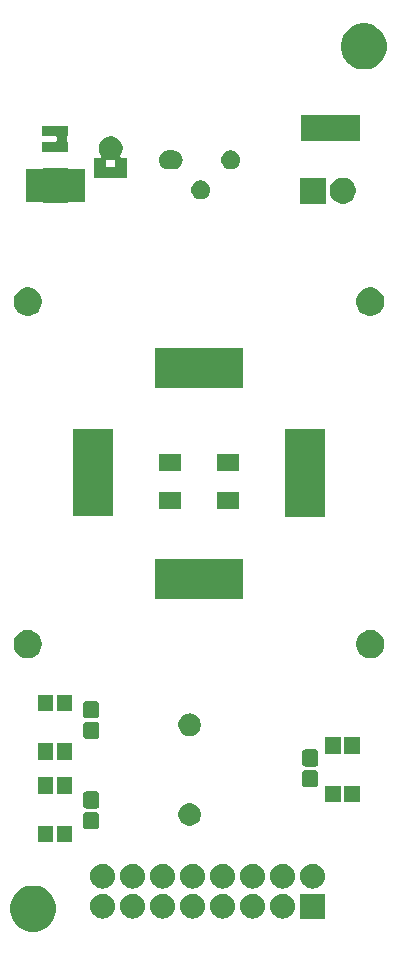
<source format=gbr>
G04 #@! TF.GenerationSoftware,KiCad,Pcbnew,6.0.0-rc1-unknown-2086226~66~ubuntu18.04.1*
G04 #@! TF.CreationDate,2018-11-28T13:28:41-06:00*
G04 #@! TF.ProjectId,liger,6c696765-722e-46b6-9963-61645f706362,rev?*
G04 #@! TF.SameCoordinates,Original*
G04 #@! TF.FileFunction,Soldermask,Top*
G04 #@! TF.FilePolarity,Negative*
%FSLAX46Y46*%
G04 Gerber Fmt 4.6, Leading zero omitted, Abs format (unit mm)*
G04 Created by KiCad (PCBNEW 6.0.0-rc1-unknown-2086226~66~ubuntu18.04.1) date Wed 28 Nov 2018 01:28:41 PM CST*
%MOMM*%
%LPD*%
G01*
G04 APERTURE LIST*
%ADD10C,0.100000*%
G04 APERTURE END LIST*
D10*
G36*
X133568793Y-122924937D02*
X133923670Y-123071932D01*
X134243055Y-123285338D01*
X134514662Y-123556945D01*
X134728068Y-123876330D01*
X134875063Y-124231207D01*
X134950000Y-124607940D01*
X134950000Y-124992060D01*
X134875063Y-125368793D01*
X134728068Y-125723670D01*
X134514662Y-126043055D01*
X134243055Y-126314662D01*
X133923670Y-126528068D01*
X133568793Y-126675063D01*
X133192060Y-126750000D01*
X132807940Y-126750000D01*
X132431207Y-126675063D01*
X132076330Y-126528068D01*
X131756945Y-126314662D01*
X131485338Y-126043055D01*
X131271932Y-125723670D01*
X131124937Y-125368793D01*
X131050000Y-124992060D01*
X131050000Y-124607940D01*
X131124937Y-124231207D01*
X131271932Y-123876330D01*
X131485338Y-123556945D01*
X131756945Y-123285338D01*
X132076330Y-123071932D01*
X132431207Y-122924937D01*
X132807940Y-122850000D01*
X133192060Y-122850000D01*
X133568793Y-122924937D01*
X133568793Y-122924937D01*
G37*
G36*
X157717200Y-125637000D02*
X155617200Y-125637000D01*
X155617200Y-123537000D01*
X157717200Y-123537000D01*
X157717200Y-125637000D01*
X157717200Y-125637000D01*
G37*
G36*
X154255907Y-123544596D02*
X154333036Y-123552193D01*
X154464987Y-123592220D01*
X154530963Y-123612233D01*
X154713372Y-123709733D01*
X154873254Y-123840946D01*
X155004467Y-124000828D01*
X155101967Y-124183237D01*
X155101967Y-124183238D01*
X155162007Y-124381164D01*
X155182280Y-124587000D01*
X155162007Y-124792836D01*
X155121980Y-124924787D01*
X155101967Y-124990763D01*
X155004467Y-125173172D01*
X154873254Y-125333054D01*
X154713372Y-125464267D01*
X154530963Y-125561767D01*
X154464987Y-125581780D01*
X154333036Y-125621807D01*
X154255907Y-125629404D01*
X154178780Y-125637000D01*
X154075620Y-125637000D01*
X153998493Y-125629404D01*
X153921364Y-125621807D01*
X153789413Y-125581780D01*
X153723437Y-125561767D01*
X153541028Y-125464267D01*
X153381146Y-125333054D01*
X153249933Y-125173172D01*
X153152433Y-124990763D01*
X153132420Y-124924787D01*
X153092393Y-124792836D01*
X153072120Y-124587000D01*
X153092393Y-124381164D01*
X153152433Y-124183238D01*
X153152433Y-124183237D01*
X153249933Y-124000828D01*
X153381146Y-123840946D01*
X153541028Y-123709733D01*
X153723437Y-123612233D01*
X153789413Y-123592220D01*
X153921364Y-123552193D01*
X153998493Y-123544596D01*
X154075620Y-123537000D01*
X154178780Y-123537000D01*
X154255907Y-123544596D01*
X154255907Y-123544596D01*
G37*
G36*
X151715907Y-123544596D02*
X151793036Y-123552193D01*
X151924987Y-123592220D01*
X151990963Y-123612233D01*
X152173372Y-123709733D01*
X152333254Y-123840946D01*
X152464467Y-124000828D01*
X152561967Y-124183237D01*
X152561967Y-124183238D01*
X152622007Y-124381164D01*
X152642280Y-124587000D01*
X152622007Y-124792836D01*
X152581980Y-124924787D01*
X152561967Y-124990763D01*
X152464467Y-125173172D01*
X152333254Y-125333054D01*
X152173372Y-125464267D01*
X151990963Y-125561767D01*
X151924987Y-125581780D01*
X151793036Y-125621807D01*
X151715907Y-125629404D01*
X151638780Y-125637000D01*
X151535620Y-125637000D01*
X151458493Y-125629404D01*
X151381364Y-125621807D01*
X151249413Y-125581780D01*
X151183437Y-125561767D01*
X151001028Y-125464267D01*
X150841146Y-125333054D01*
X150709933Y-125173172D01*
X150612433Y-124990763D01*
X150592420Y-124924787D01*
X150552393Y-124792836D01*
X150532120Y-124587000D01*
X150552393Y-124381164D01*
X150612433Y-124183238D01*
X150612433Y-124183237D01*
X150709933Y-124000828D01*
X150841146Y-123840946D01*
X151001028Y-123709733D01*
X151183437Y-123612233D01*
X151249413Y-123592220D01*
X151381364Y-123552193D01*
X151458493Y-123544596D01*
X151535620Y-123537000D01*
X151638780Y-123537000D01*
X151715907Y-123544596D01*
X151715907Y-123544596D01*
G37*
G36*
X149175907Y-123544596D02*
X149253036Y-123552193D01*
X149384987Y-123592220D01*
X149450963Y-123612233D01*
X149633372Y-123709733D01*
X149793254Y-123840946D01*
X149924467Y-124000828D01*
X150021967Y-124183237D01*
X150021967Y-124183238D01*
X150082007Y-124381164D01*
X150102280Y-124587000D01*
X150082007Y-124792836D01*
X150041980Y-124924787D01*
X150021967Y-124990763D01*
X149924467Y-125173172D01*
X149793254Y-125333054D01*
X149633372Y-125464267D01*
X149450963Y-125561767D01*
X149384987Y-125581780D01*
X149253036Y-125621807D01*
X149175907Y-125629404D01*
X149098780Y-125637000D01*
X148995620Y-125637000D01*
X148918493Y-125629404D01*
X148841364Y-125621807D01*
X148709413Y-125581780D01*
X148643437Y-125561767D01*
X148461028Y-125464267D01*
X148301146Y-125333054D01*
X148169933Y-125173172D01*
X148072433Y-124990763D01*
X148052420Y-124924787D01*
X148012393Y-124792836D01*
X147992120Y-124587000D01*
X148012393Y-124381164D01*
X148072433Y-124183238D01*
X148072433Y-124183237D01*
X148169933Y-124000828D01*
X148301146Y-123840946D01*
X148461028Y-123709733D01*
X148643437Y-123612233D01*
X148709413Y-123592220D01*
X148841364Y-123552193D01*
X148918493Y-123544596D01*
X148995620Y-123537000D01*
X149098780Y-123537000D01*
X149175907Y-123544596D01*
X149175907Y-123544596D01*
G37*
G36*
X144095907Y-123544596D02*
X144173036Y-123552193D01*
X144304987Y-123592220D01*
X144370963Y-123612233D01*
X144553372Y-123709733D01*
X144713254Y-123840946D01*
X144844467Y-124000828D01*
X144941967Y-124183237D01*
X144941967Y-124183238D01*
X145002007Y-124381164D01*
X145022280Y-124587000D01*
X145002007Y-124792836D01*
X144961980Y-124924787D01*
X144941967Y-124990763D01*
X144844467Y-125173172D01*
X144713254Y-125333054D01*
X144553372Y-125464267D01*
X144370963Y-125561767D01*
X144304987Y-125581780D01*
X144173036Y-125621807D01*
X144095907Y-125629404D01*
X144018780Y-125637000D01*
X143915620Y-125637000D01*
X143838493Y-125629404D01*
X143761364Y-125621807D01*
X143629413Y-125581780D01*
X143563437Y-125561767D01*
X143381028Y-125464267D01*
X143221146Y-125333054D01*
X143089933Y-125173172D01*
X142992433Y-124990763D01*
X142972420Y-124924787D01*
X142932393Y-124792836D01*
X142912120Y-124587000D01*
X142932393Y-124381164D01*
X142992433Y-124183238D01*
X142992433Y-124183237D01*
X143089933Y-124000828D01*
X143221146Y-123840946D01*
X143381028Y-123709733D01*
X143563437Y-123612233D01*
X143629413Y-123592220D01*
X143761364Y-123552193D01*
X143838493Y-123544596D01*
X143915620Y-123537000D01*
X144018780Y-123537000D01*
X144095907Y-123544596D01*
X144095907Y-123544596D01*
G37*
G36*
X141555907Y-123544596D02*
X141633036Y-123552193D01*
X141764987Y-123592220D01*
X141830963Y-123612233D01*
X142013372Y-123709733D01*
X142173254Y-123840946D01*
X142304467Y-124000828D01*
X142401967Y-124183237D01*
X142401967Y-124183238D01*
X142462007Y-124381164D01*
X142482280Y-124587000D01*
X142462007Y-124792836D01*
X142421980Y-124924787D01*
X142401967Y-124990763D01*
X142304467Y-125173172D01*
X142173254Y-125333054D01*
X142013372Y-125464267D01*
X141830963Y-125561767D01*
X141764987Y-125581780D01*
X141633036Y-125621807D01*
X141555907Y-125629404D01*
X141478780Y-125637000D01*
X141375620Y-125637000D01*
X141298493Y-125629404D01*
X141221364Y-125621807D01*
X141089413Y-125581780D01*
X141023437Y-125561767D01*
X140841028Y-125464267D01*
X140681146Y-125333054D01*
X140549933Y-125173172D01*
X140452433Y-124990763D01*
X140432420Y-124924787D01*
X140392393Y-124792836D01*
X140372120Y-124587000D01*
X140392393Y-124381164D01*
X140452433Y-124183238D01*
X140452433Y-124183237D01*
X140549933Y-124000828D01*
X140681146Y-123840946D01*
X140841028Y-123709733D01*
X141023437Y-123612233D01*
X141089413Y-123592220D01*
X141221364Y-123552193D01*
X141298493Y-123544596D01*
X141375620Y-123537000D01*
X141478780Y-123537000D01*
X141555907Y-123544596D01*
X141555907Y-123544596D01*
G37*
G36*
X139015907Y-123544596D02*
X139093036Y-123552193D01*
X139224987Y-123592220D01*
X139290963Y-123612233D01*
X139473372Y-123709733D01*
X139633254Y-123840946D01*
X139764467Y-124000828D01*
X139861967Y-124183237D01*
X139861967Y-124183238D01*
X139922007Y-124381164D01*
X139942280Y-124587000D01*
X139922007Y-124792836D01*
X139881980Y-124924787D01*
X139861967Y-124990763D01*
X139764467Y-125173172D01*
X139633254Y-125333054D01*
X139473372Y-125464267D01*
X139290963Y-125561767D01*
X139224987Y-125581780D01*
X139093036Y-125621807D01*
X139015907Y-125629404D01*
X138938780Y-125637000D01*
X138835620Y-125637000D01*
X138758493Y-125629404D01*
X138681364Y-125621807D01*
X138549413Y-125581780D01*
X138483437Y-125561767D01*
X138301028Y-125464267D01*
X138141146Y-125333054D01*
X138009933Y-125173172D01*
X137912433Y-124990763D01*
X137892420Y-124924787D01*
X137852393Y-124792836D01*
X137832120Y-124587000D01*
X137852393Y-124381164D01*
X137912433Y-124183238D01*
X137912433Y-124183237D01*
X138009933Y-124000828D01*
X138141146Y-123840946D01*
X138301028Y-123709733D01*
X138483437Y-123612233D01*
X138549413Y-123592220D01*
X138681364Y-123552193D01*
X138758493Y-123544596D01*
X138835620Y-123537000D01*
X138938780Y-123537000D01*
X139015907Y-123544596D01*
X139015907Y-123544596D01*
G37*
G36*
X146635907Y-123544596D02*
X146713036Y-123552193D01*
X146844987Y-123592220D01*
X146910963Y-123612233D01*
X147093372Y-123709733D01*
X147253254Y-123840946D01*
X147384467Y-124000828D01*
X147481967Y-124183237D01*
X147481967Y-124183238D01*
X147542007Y-124381164D01*
X147562280Y-124587000D01*
X147542007Y-124792836D01*
X147501980Y-124924787D01*
X147481967Y-124990763D01*
X147384467Y-125173172D01*
X147253254Y-125333054D01*
X147093372Y-125464267D01*
X146910963Y-125561767D01*
X146844987Y-125581780D01*
X146713036Y-125621807D01*
X146635907Y-125629404D01*
X146558780Y-125637000D01*
X146455620Y-125637000D01*
X146378493Y-125629404D01*
X146301364Y-125621807D01*
X146169413Y-125581780D01*
X146103437Y-125561767D01*
X145921028Y-125464267D01*
X145761146Y-125333054D01*
X145629933Y-125173172D01*
X145532433Y-124990763D01*
X145512420Y-124924787D01*
X145472393Y-124792836D01*
X145452120Y-124587000D01*
X145472393Y-124381164D01*
X145532433Y-124183238D01*
X145532433Y-124183237D01*
X145629933Y-124000828D01*
X145761146Y-123840946D01*
X145921028Y-123709733D01*
X146103437Y-123612233D01*
X146169413Y-123592220D01*
X146301364Y-123552193D01*
X146378493Y-123544596D01*
X146455620Y-123537000D01*
X146558780Y-123537000D01*
X146635907Y-123544596D01*
X146635907Y-123544596D01*
G37*
G36*
X149175907Y-121004596D02*
X149253036Y-121012193D01*
X149384987Y-121052220D01*
X149450963Y-121072233D01*
X149633372Y-121169733D01*
X149793254Y-121300946D01*
X149924467Y-121460828D01*
X150021967Y-121643237D01*
X150021967Y-121643238D01*
X150082007Y-121841164D01*
X150102280Y-122047000D01*
X150082007Y-122252836D01*
X150041980Y-122384787D01*
X150021967Y-122450763D01*
X149924467Y-122633172D01*
X149793254Y-122793054D01*
X149633372Y-122924267D01*
X149450963Y-123021767D01*
X149384987Y-123041780D01*
X149253036Y-123081807D01*
X149175907Y-123089403D01*
X149098780Y-123097000D01*
X148995620Y-123097000D01*
X148918493Y-123089403D01*
X148841364Y-123081807D01*
X148709413Y-123041780D01*
X148643437Y-123021767D01*
X148461028Y-122924267D01*
X148301146Y-122793054D01*
X148169933Y-122633172D01*
X148072433Y-122450763D01*
X148052420Y-122384787D01*
X148012393Y-122252836D01*
X147992120Y-122047000D01*
X148012393Y-121841164D01*
X148072433Y-121643238D01*
X148072433Y-121643237D01*
X148169933Y-121460828D01*
X148301146Y-121300946D01*
X148461028Y-121169733D01*
X148643437Y-121072233D01*
X148709413Y-121052220D01*
X148841364Y-121012193D01*
X148918493Y-121004596D01*
X148995620Y-120997000D01*
X149098780Y-120997000D01*
X149175907Y-121004596D01*
X149175907Y-121004596D01*
G37*
G36*
X139015907Y-121004596D02*
X139093036Y-121012193D01*
X139224987Y-121052220D01*
X139290963Y-121072233D01*
X139473372Y-121169733D01*
X139633254Y-121300946D01*
X139764467Y-121460828D01*
X139861967Y-121643237D01*
X139861967Y-121643238D01*
X139922007Y-121841164D01*
X139942280Y-122047000D01*
X139922007Y-122252836D01*
X139881980Y-122384787D01*
X139861967Y-122450763D01*
X139764467Y-122633172D01*
X139633254Y-122793054D01*
X139473372Y-122924267D01*
X139290963Y-123021767D01*
X139224987Y-123041780D01*
X139093036Y-123081807D01*
X139015907Y-123089403D01*
X138938780Y-123097000D01*
X138835620Y-123097000D01*
X138758493Y-123089403D01*
X138681364Y-123081807D01*
X138549413Y-123041780D01*
X138483437Y-123021767D01*
X138301028Y-122924267D01*
X138141146Y-122793054D01*
X138009933Y-122633172D01*
X137912433Y-122450763D01*
X137892420Y-122384787D01*
X137852393Y-122252836D01*
X137832120Y-122047000D01*
X137852393Y-121841164D01*
X137912433Y-121643238D01*
X137912433Y-121643237D01*
X138009933Y-121460828D01*
X138141146Y-121300946D01*
X138301028Y-121169733D01*
X138483437Y-121072233D01*
X138549413Y-121052220D01*
X138681364Y-121012193D01*
X138758493Y-121004596D01*
X138835620Y-120997000D01*
X138938780Y-120997000D01*
X139015907Y-121004596D01*
X139015907Y-121004596D01*
G37*
G36*
X141555907Y-121004596D02*
X141633036Y-121012193D01*
X141764987Y-121052220D01*
X141830963Y-121072233D01*
X142013372Y-121169733D01*
X142173254Y-121300946D01*
X142304467Y-121460828D01*
X142401967Y-121643237D01*
X142401967Y-121643238D01*
X142462007Y-121841164D01*
X142482280Y-122047000D01*
X142462007Y-122252836D01*
X142421980Y-122384787D01*
X142401967Y-122450763D01*
X142304467Y-122633172D01*
X142173254Y-122793054D01*
X142013372Y-122924267D01*
X141830963Y-123021767D01*
X141764987Y-123041780D01*
X141633036Y-123081807D01*
X141555907Y-123089403D01*
X141478780Y-123097000D01*
X141375620Y-123097000D01*
X141298493Y-123089403D01*
X141221364Y-123081807D01*
X141089413Y-123041780D01*
X141023437Y-123021767D01*
X140841028Y-122924267D01*
X140681146Y-122793054D01*
X140549933Y-122633172D01*
X140452433Y-122450763D01*
X140432420Y-122384787D01*
X140392393Y-122252836D01*
X140372120Y-122047000D01*
X140392393Y-121841164D01*
X140452433Y-121643238D01*
X140452433Y-121643237D01*
X140549933Y-121460828D01*
X140681146Y-121300946D01*
X140841028Y-121169733D01*
X141023437Y-121072233D01*
X141089413Y-121052220D01*
X141221364Y-121012193D01*
X141298493Y-121004596D01*
X141375620Y-120997000D01*
X141478780Y-120997000D01*
X141555907Y-121004596D01*
X141555907Y-121004596D01*
G37*
G36*
X144095907Y-121004596D02*
X144173036Y-121012193D01*
X144304987Y-121052220D01*
X144370963Y-121072233D01*
X144553372Y-121169733D01*
X144713254Y-121300946D01*
X144844467Y-121460828D01*
X144941967Y-121643237D01*
X144941967Y-121643238D01*
X145002007Y-121841164D01*
X145022280Y-122047000D01*
X145002007Y-122252836D01*
X144961980Y-122384787D01*
X144941967Y-122450763D01*
X144844467Y-122633172D01*
X144713254Y-122793054D01*
X144553372Y-122924267D01*
X144370963Y-123021767D01*
X144304987Y-123041780D01*
X144173036Y-123081807D01*
X144095907Y-123089403D01*
X144018780Y-123097000D01*
X143915620Y-123097000D01*
X143838493Y-123089403D01*
X143761364Y-123081807D01*
X143629413Y-123041780D01*
X143563437Y-123021767D01*
X143381028Y-122924267D01*
X143221146Y-122793054D01*
X143089933Y-122633172D01*
X142992433Y-122450763D01*
X142972420Y-122384787D01*
X142932393Y-122252836D01*
X142912120Y-122047000D01*
X142932393Y-121841164D01*
X142992433Y-121643238D01*
X142992433Y-121643237D01*
X143089933Y-121460828D01*
X143221146Y-121300946D01*
X143381028Y-121169733D01*
X143563437Y-121072233D01*
X143629413Y-121052220D01*
X143761364Y-121012193D01*
X143838493Y-121004596D01*
X143915620Y-120997000D01*
X144018780Y-120997000D01*
X144095907Y-121004596D01*
X144095907Y-121004596D01*
G37*
G36*
X146635907Y-121004596D02*
X146713036Y-121012193D01*
X146844987Y-121052220D01*
X146910963Y-121072233D01*
X147093372Y-121169733D01*
X147253254Y-121300946D01*
X147384467Y-121460828D01*
X147481967Y-121643237D01*
X147481967Y-121643238D01*
X147542007Y-121841164D01*
X147562280Y-122047000D01*
X147542007Y-122252836D01*
X147501980Y-122384787D01*
X147481967Y-122450763D01*
X147384467Y-122633172D01*
X147253254Y-122793054D01*
X147093372Y-122924267D01*
X146910963Y-123021767D01*
X146844987Y-123041780D01*
X146713036Y-123081807D01*
X146635907Y-123089403D01*
X146558780Y-123097000D01*
X146455620Y-123097000D01*
X146378493Y-123089403D01*
X146301364Y-123081807D01*
X146169413Y-123041780D01*
X146103437Y-123021767D01*
X145921028Y-122924267D01*
X145761146Y-122793054D01*
X145629933Y-122633172D01*
X145532433Y-122450763D01*
X145512420Y-122384787D01*
X145472393Y-122252836D01*
X145452120Y-122047000D01*
X145472393Y-121841164D01*
X145532433Y-121643238D01*
X145532433Y-121643237D01*
X145629933Y-121460828D01*
X145761146Y-121300946D01*
X145921028Y-121169733D01*
X146103437Y-121072233D01*
X146169413Y-121052220D01*
X146301364Y-121012193D01*
X146378493Y-121004596D01*
X146455620Y-120997000D01*
X146558780Y-120997000D01*
X146635907Y-121004596D01*
X146635907Y-121004596D01*
G37*
G36*
X151715907Y-121004596D02*
X151793036Y-121012193D01*
X151924987Y-121052220D01*
X151990963Y-121072233D01*
X152173372Y-121169733D01*
X152333254Y-121300946D01*
X152464467Y-121460828D01*
X152561967Y-121643237D01*
X152561967Y-121643238D01*
X152622007Y-121841164D01*
X152642280Y-122047000D01*
X152622007Y-122252836D01*
X152581980Y-122384787D01*
X152561967Y-122450763D01*
X152464467Y-122633172D01*
X152333254Y-122793054D01*
X152173372Y-122924267D01*
X151990963Y-123021767D01*
X151924987Y-123041780D01*
X151793036Y-123081807D01*
X151715907Y-123089403D01*
X151638780Y-123097000D01*
X151535620Y-123097000D01*
X151458493Y-123089403D01*
X151381364Y-123081807D01*
X151249413Y-123041780D01*
X151183437Y-123021767D01*
X151001028Y-122924267D01*
X150841146Y-122793054D01*
X150709933Y-122633172D01*
X150612433Y-122450763D01*
X150592420Y-122384787D01*
X150552393Y-122252836D01*
X150532120Y-122047000D01*
X150552393Y-121841164D01*
X150612433Y-121643238D01*
X150612433Y-121643237D01*
X150709933Y-121460828D01*
X150841146Y-121300946D01*
X151001028Y-121169733D01*
X151183437Y-121072233D01*
X151249413Y-121052220D01*
X151381364Y-121012193D01*
X151458493Y-121004596D01*
X151535620Y-120997000D01*
X151638780Y-120997000D01*
X151715907Y-121004596D01*
X151715907Y-121004596D01*
G37*
G36*
X154255907Y-121004596D02*
X154333036Y-121012193D01*
X154464987Y-121052220D01*
X154530963Y-121072233D01*
X154713372Y-121169733D01*
X154873254Y-121300946D01*
X155004467Y-121460828D01*
X155101967Y-121643237D01*
X155101967Y-121643238D01*
X155162007Y-121841164D01*
X155182280Y-122047000D01*
X155162007Y-122252836D01*
X155121980Y-122384787D01*
X155101967Y-122450763D01*
X155004467Y-122633172D01*
X154873254Y-122793054D01*
X154713372Y-122924267D01*
X154530963Y-123021767D01*
X154464987Y-123041780D01*
X154333036Y-123081807D01*
X154255907Y-123089403D01*
X154178780Y-123097000D01*
X154075620Y-123097000D01*
X153998493Y-123089403D01*
X153921364Y-123081807D01*
X153789413Y-123041780D01*
X153723437Y-123021767D01*
X153541028Y-122924267D01*
X153381146Y-122793054D01*
X153249933Y-122633172D01*
X153152433Y-122450763D01*
X153132420Y-122384787D01*
X153092393Y-122252836D01*
X153072120Y-122047000D01*
X153092393Y-121841164D01*
X153152433Y-121643238D01*
X153152433Y-121643237D01*
X153249933Y-121460828D01*
X153381146Y-121300946D01*
X153541028Y-121169733D01*
X153723437Y-121072233D01*
X153789413Y-121052220D01*
X153921364Y-121012193D01*
X153998493Y-121004596D01*
X154075620Y-120997000D01*
X154178780Y-120997000D01*
X154255907Y-121004596D01*
X154255907Y-121004596D01*
G37*
G36*
X156795907Y-121004596D02*
X156873036Y-121012193D01*
X157004987Y-121052220D01*
X157070963Y-121072233D01*
X157253372Y-121169733D01*
X157413254Y-121300946D01*
X157544467Y-121460828D01*
X157641967Y-121643237D01*
X157641967Y-121643238D01*
X157702007Y-121841164D01*
X157722280Y-122047000D01*
X157702007Y-122252836D01*
X157661980Y-122384787D01*
X157641967Y-122450763D01*
X157544467Y-122633172D01*
X157413254Y-122793054D01*
X157253372Y-122924267D01*
X157070963Y-123021767D01*
X157004987Y-123041780D01*
X156873036Y-123081807D01*
X156795907Y-123089403D01*
X156718780Y-123097000D01*
X156615620Y-123097000D01*
X156538493Y-123089403D01*
X156461364Y-123081807D01*
X156329413Y-123041780D01*
X156263437Y-123021767D01*
X156081028Y-122924267D01*
X155921146Y-122793054D01*
X155789933Y-122633172D01*
X155692433Y-122450763D01*
X155672420Y-122384787D01*
X155632393Y-122252836D01*
X155612120Y-122047000D01*
X155632393Y-121841164D01*
X155692433Y-121643238D01*
X155692433Y-121643237D01*
X155789933Y-121460828D01*
X155921146Y-121300946D01*
X156081028Y-121169733D01*
X156263437Y-121072233D01*
X156329413Y-121052220D01*
X156461364Y-121012193D01*
X156538493Y-121004596D01*
X156615620Y-120997000D01*
X156718780Y-120997000D01*
X156795907Y-121004596D01*
X156795907Y-121004596D01*
G37*
G36*
X136324000Y-119183600D02*
X135024000Y-119183600D01*
X135024000Y-117783600D01*
X136324000Y-117783600D01*
X136324000Y-119183600D01*
X136324000Y-119183600D01*
G37*
G36*
X134724000Y-119183600D02*
X133424000Y-119183600D01*
X133424000Y-117783600D01*
X134724000Y-117783600D01*
X134724000Y-119183600D01*
X134724000Y-119183600D01*
G37*
G36*
X138375530Y-116628877D02*
X138427010Y-116644493D01*
X138474442Y-116669846D01*
X138516027Y-116703973D01*
X138550154Y-116745558D01*
X138575507Y-116792990D01*
X138591123Y-116844470D01*
X138597000Y-116904140D01*
X138597000Y-117791860D01*
X138591123Y-117851530D01*
X138575507Y-117903010D01*
X138550154Y-117950442D01*
X138516027Y-117992027D01*
X138474442Y-118026154D01*
X138427010Y-118051507D01*
X138375530Y-118067123D01*
X138315860Y-118073000D01*
X137528140Y-118073000D01*
X137468470Y-118067123D01*
X137416990Y-118051507D01*
X137369558Y-118026154D01*
X137327973Y-117992027D01*
X137293846Y-117950442D01*
X137268493Y-117903010D01*
X137252877Y-117851530D01*
X137247000Y-117791860D01*
X137247000Y-116904140D01*
X137252877Y-116844470D01*
X137268493Y-116792990D01*
X137293846Y-116745558D01*
X137327973Y-116703973D01*
X137369558Y-116669846D01*
X137416990Y-116644493D01*
X137468470Y-116628877D01*
X137528140Y-116623000D01*
X138315860Y-116623000D01*
X138375530Y-116628877D01*
X138375530Y-116628877D01*
G37*
G36*
X146392652Y-115887527D02*
X146530305Y-115914908D01*
X146703194Y-115986521D01*
X146858790Y-116090487D01*
X146991113Y-116222810D01*
X147095079Y-116378406D01*
X147166692Y-116551295D01*
X147203200Y-116734833D01*
X147203200Y-116921967D01*
X147166692Y-117105505D01*
X147095079Y-117278394D01*
X146991113Y-117433990D01*
X146858790Y-117566313D01*
X146703194Y-117670279D01*
X146530305Y-117741892D01*
X146392652Y-117769273D01*
X146346768Y-117778400D01*
X146159632Y-117778400D01*
X146113748Y-117769273D01*
X145976095Y-117741892D01*
X145803206Y-117670279D01*
X145647610Y-117566313D01*
X145515287Y-117433990D01*
X145411321Y-117278394D01*
X145339708Y-117105505D01*
X145303200Y-116921967D01*
X145303200Y-116734833D01*
X145339708Y-116551295D01*
X145411321Y-116378406D01*
X145515287Y-116222810D01*
X145647610Y-116090487D01*
X145803206Y-115986521D01*
X145976095Y-115914908D01*
X146113748Y-115887527D01*
X146159632Y-115878400D01*
X146346768Y-115878400D01*
X146392652Y-115887527D01*
X146392652Y-115887527D01*
G37*
G36*
X138375530Y-114878877D02*
X138427010Y-114894493D01*
X138474442Y-114919846D01*
X138516027Y-114953973D01*
X138550154Y-114995558D01*
X138575507Y-115042990D01*
X138591123Y-115094470D01*
X138597000Y-115154140D01*
X138597000Y-116041860D01*
X138591123Y-116101530D01*
X138575507Y-116153010D01*
X138550154Y-116200442D01*
X138516027Y-116242027D01*
X138474442Y-116276154D01*
X138427010Y-116301507D01*
X138375530Y-116317123D01*
X138315860Y-116323000D01*
X137528140Y-116323000D01*
X137468470Y-116317123D01*
X137416990Y-116301507D01*
X137369558Y-116276154D01*
X137327973Y-116242027D01*
X137293846Y-116200442D01*
X137268493Y-116153010D01*
X137252877Y-116101530D01*
X137247000Y-116041860D01*
X137247000Y-115154140D01*
X137252877Y-115094470D01*
X137268493Y-115042990D01*
X137293846Y-114995558D01*
X137327973Y-114953973D01*
X137369558Y-114919846D01*
X137416990Y-114894493D01*
X137468470Y-114878877D01*
X137528140Y-114873000D01*
X138315860Y-114873000D01*
X138375530Y-114878877D01*
X138375530Y-114878877D01*
G37*
G36*
X160657200Y-115780000D02*
X159357200Y-115780000D01*
X159357200Y-114380000D01*
X160657200Y-114380000D01*
X160657200Y-115780000D01*
X160657200Y-115780000D01*
G37*
G36*
X159057200Y-115780000D02*
X157757200Y-115780000D01*
X157757200Y-114380000D01*
X159057200Y-114380000D01*
X159057200Y-115780000D01*
X159057200Y-115780000D01*
G37*
G36*
X134724000Y-115083600D02*
X133424000Y-115083600D01*
X133424000Y-113683600D01*
X134724000Y-113683600D01*
X134724000Y-115083600D01*
X134724000Y-115083600D01*
G37*
G36*
X136324000Y-115083600D02*
X135024000Y-115083600D01*
X135024000Y-113683600D01*
X136324000Y-113683600D01*
X136324000Y-115083600D01*
X136324000Y-115083600D01*
G37*
G36*
X156917530Y-113072877D02*
X156969010Y-113088493D01*
X157016442Y-113113846D01*
X157058027Y-113147973D01*
X157092154Y-113189558D01*
X157117507Y-113236990D01*
X157133123Y-113288470D01*
X157139000Y-113348140D01*
X157139000Y-114235860D01*
X157133123Y-114295530D01*
X157117507Y-114347010D01*
X157092154Y-114394442D01*
X157058027Y-114436027D01*
X157016442Y-114470154D01*
X156969010Y-114495507D01*
X156917530Y-114511123D01*
X156857860Y-114517000D01*
X156070140Y-114517000D01*
X156010470Y-114511123D01*
X155958990Y-114495507D01*
X155911558Y-114470154D01*
X155869973Y-114436027D01*
X155835846Y-114394442D01*
X155810493Y-114347010D01*
X155794877Y-114295530D01*
X155789000Y-114235860D01*
X155789000Y-113348140D01*
X155794877Y-113288470D01*
X155810493Y-113236990D01*
X155835846Y-113189558D01*
X155869973Y-113147973D01*
X155911558Y-113113846D01*
X155958990Y-113088493D01*
X156010470Y-113072877D01*
X156070140Y-113067000D01*
X156857860Y-113067000D01*
X156917530Y-113072877D01*
X156917530Y-113072877D01*
G37*
G36*
X156917530Y-111322877D02*
X156969010Y-111338493D01*
X157016442Y-111363846D01*
X157058027Y-111397973D01*
X157092154Y-111439558D01*
X157117507Y-111486990D01*
X157133123Y-111538470D01*
X157139000Y-111598140D01*
X157139000Y-112485860D01*
X157133123Y-112545530D01*
X157117507Y-112597010D01*
X157092154Y-112644442D01*
X157058027Y-112686027D01*
X157016442Y-112720154D01*
X156969010Y-112745507D01*
X156917530Y-112761123D01*
X156857860Y-112767000D01*
X156070140Y-112767000D01*
X156010470Y-112761123D01*
X155958990Y-112745507D01*
X155911558Y-112720154D01*
X155869973Y-112686027D01*
X155835846Y-112644442D01*
X155810493Y-112597010D01*
X155794877Y-112545530D01*
X155789000Y-112485860D01*
X155789000Y-111598140D01*
X155794877Y-111538470D01*
X155810493Y-111486990D01*
X155835846Y-111439558D01*
X155869973Y-111397973D01*
X155911558Y-111363846D01*
X155958990Y-111338493D01*
X156010470Y-111322877D01*
X156070140Y-111317000D01*
X156857860Y-111317000D01*
X156917530Y-111322877D01*
X156917530Y-111322877D01*
G37*
G36*
X134724000Y-112198600D02*
X133424000Y-112198600D01*
X133424000Y-110798600D01*
X134724000Y-110798600D01*
X134724000Y-112198600D01*
X134724000Y-112198600D01*
G37*
G36*
X136324000Y-112198600D02*
X135024000Y-112198600D01*
X135024000Y-110798600D01*
X136324000Y-110798600D01*
X136324000Y-112198600D01*
X136324000Y-112198600D01*
G37*
G36*
X160657200Y-111680000D02*
X159357200Y-111680000D01*
X159357200Y-110280000D01*
X160657200Y-110280000D01*
X160657200Y-111680000D01*
X160657200Y-111680000D01*
G37*
G36*
X159057200Y-111680000D02*
X157757200Y-111680000D01*
X157757200Y-110280000D01*
X159057200Y-110280000D01*
X159057200Y-111680000D01*
X159057200Y-111680000D01*
G37*
G36*
X138375530Y-108980877D02*
X138427010Y-108996493D01*
X138474442Y-109021846D01*
X138516027Y-109055973D01*
X138550154Y-109097558D01*
X138575507Y-109144990D01*
X138591123Y-109196470D01*
X138597000Y-109256140D01*
X138597000Y-110143860D01*
X138591123Y-110203530D01*
X138575507Y-110255010D01*
X138550154Y-110302442D01*
X138516027Y-110344027D01*
X138474442Y-110378154D01*
X138427010Y-110403507D01*
X138375530Y-110419123D01*
X138315860Y-110425000D01*
X137528140Y-110425000D01*
X137468470Y-110419123D01*
X137416990Y-110403507D01*
X137369558Y-110378154D01*
X137327973Y-110344027D01*
X137293846Y-110302442D01*
X137268493Y-110255010D01*
X137252877Y-110203530D01*
X137247000Y-110143860D01*
X137247000Y-109256140D01*
X137252877Y-109196470D01*
X137268493Y-109144990D01*
X137293846Y-109097558D01*
X137327973Y-109055973D01*
X137369558Y-109021846D01*
X137416990Y-108996493D01*
X137468470Y-108980877D01*
X137528140Y-108975000D01*
X138315860Y-108975000D01*
X138375530Y-108980877D01*
X138375530Y-108980877D01*
G37*
G36*
X146392651Y-108287527D02*
X146530305Y-108314908D01*
X146703194Y-108386521D01*
X146858790Y-108490487D01*
X146991113Y-108622810D01*
X147095079Y-108778406D01*
X147166692Y-108951295D01*
X147203200Y-109134833D01*
X147203200Y-109321967D01*
X147166692Y-109505505D01*
X147095079Y-109678394D01*
X146991113Y-109833990D01*
X146858790Y-109966313D01*
X146703194Y-110070279D01*
X146530305Y-110141892D01*
X146392651Y-110169273D01*
X146346768Y-110178400D01*
X146159632Y-110178400D01*
X146113749Y-110169273D01*
X145976095Y-110141892D01*
X145803206Y-110070279D01*
X145647610Y-109966313D01*
X145515287Y-109833990D01*
X145411321Y-109678394D01*
X145339708Y-109505505D01*
X145303200Y-109321967D01*
X145303200Y-109134833D01*
X145339708Y-108951295D01*
X145411321Y-108778406D01*
X145515287Y-108622810D01*
X145647610Y-108490487D01*
X145803206Y-108386521D01*
X145976095Y-108314908D01*
X146113749Y-108287527D01*
X146159632Y-108278400D01*
X146346768Y-108278400D01*
X146392651Y-108287527D01*
X146392651Y-108287527D01*
G37*
G36*
X138375530Y-107230877D02*
X138427010Y-107246493D01*
X138474442Y-107271846D01*
X138516027Y-107305973D01*
X138550154Y-107347558D01*
X138575507Y-107394990D01*
X138591123Y-107446470D01*
X138597000Y-107506140D01*
X138597000Y-108393860D01*
X138591123Y-108453530D01*
X138575507Y-108505010D01*
X138550154Y-108552442D01*
X138516027Y-108594027D01*
X138474442Y-108628154D01*
X138427010Y-108653507D01*
X138375530Y-108669123D01*
X138315860Y-108675000D01*
X137528140Y-108675000D01*
X137468470Y-108669123D01*
X137416990Y-108653507D01*
X137369558Y-108628154D01*
X137327973Y-108594027D01*
X137293846Y-108552442D01*
X137268493Y-108505010D01*
X137252877Y-108453530D01*
X137247000Y-108393860D01*
X137247000Y-107506140D01*
X137252877Y-107446470D01*
X137268493Y-107394990D01*
X137293846Y-107347558D01*
X137327973Y-107305973D01*
X137369558Y-107271846D01*
X137416990Y-107246493D01*
X137468470Y-107230877D01*
X137528140Y-107225000D01*
X138315860Y-107225000D01*
X138375530Y-107230877D01*
X138375530Y-107230877D01*
G37*
G36*
X136324000Y-108098600D02*
X135024000Y-108098600D01*
X135024000Y-106698600D01*
X136324000Y-106698600D01*
X136324000Y-108098600D01*
X136324000Y-108098600D01*
G37*
G36*
X134724000Y-108098600D02*
X133424000Y-108098600D01*
X133424000Y-106698600D01*
X134724000Y-106698600D01*
X134724000Y-108098600D01*
X134724000Y-108098600D01*
G37*
G36*
X132900026Y-101246115D02*
X133118412Y-101336573D01*
X133314958Y-101467901D01*
X133482099Y-101635042D01*
X133613427Y-101831588D01*
X133703885Y-102049974D01*
X133750000Y-102281809D01*
X133750000Y-102518191D01*
X133703885Y-102750026D01*
X133613427Y-102968412D01*
X133482099Y-103164958D01*
X133314958Y-103332099D01*
X133118412Y-103463427D01*
X132900026Y-103553885D01*
X132668191Y-103600000D01*
X132431809Y-103600000D01*
X132199974Y-103553885D01*
X131981588Y-103463427D01*
X131785042Y-103332099D01*
X131617901Y-103164958D01*
X131486573Y-102968412D01*
X131396115Y-102750026D01*
X131350000Y-102518191D01*
X131350000Y-102281809D01*
X131396115Y-102049974D01*
X131486573Y-101831588D01*
X131617901Y-101635042D01*
X131785042Y-101467901D01*
X131981588Y-101336573D01*
X132199974Y-101246115D01*
X132431809Y-101200000D01*
X132668191Y-101200000D01*
X132900026Y-101246115D01*
X132900026Y-101246115D01*
G37*
G36*
X161900026Y-101246115D02*
X162118412Y-101336573D01*
X162314958Y-101467901D01*
X162482099Y-101635042D01*
X162613427Y-101831588D01*
X162703885Y-102049974D01*
X162750000Y-102281809D01*
X162750000Y-102518191D01*
X162703885Y-102750026D01*
X162613427Y-102968412D01*
X162482099Y-103164958D01*
X162314958Y-103332099D01*
X162118412Y-103463427D01*
X161900026Y-103553885D01*
X161668191Y-103600000D01*
X161431809Y-103600000D01*
X161199974Y-103553885D01*
X160981588Y-103463427D01*
X160785042Y-103332099D01*
X160617901Y-103164958D01*
X160486573Y-102968412D01*
X160396115Y-102750026D01*
X160350000Y-102518191D01*
X160350000Y-102281809D01*
X160396115Y-102049974D01*
X160486573Y-101831588D01*
X160617901Y-101635042D01*
X160785042Y-101467901D01*
X160981588Y-101336573D01*
X161199974Y-101246115D01*
X161431809Y-101200000D01*
X161668191Y-101200000D01*
X161900026Y-101246115D01*
X161900026Y-101246115D01*
G37*
G36*
X150750000Y-98600000D02*
X143350000Y-98600000D01*
X143350000Y-95200000D01*
X150750000Y-95200000D01*
X150750000Y-98600000D01*
X150750000Y-98600000D01*
G37*
G36*
X157750000Y-91600000D02*
X154350000Y-91600000D01*
X154350000Y-84200000D01*
X157750000Y-84200000D01*
X157750000Y-91600000D01*
X157750000Y-91600000D01*
G37*
G36*
X139800000Y-91550000D02*
X136400000Y-91550000D01*
X136400000Y-84150000D01*
X139800000Y-84150000D01*
X139800000Y-91550000D01*
X139800000Y-91550000D01*
G37*
G36*
X150466000Y-90946000D02*
X148566000Y-90946000D01*
X148566000Y-89546000D01*
X150466000Y-89546000D01*
X150466000Y-90946000D01*
X150466000Y-90946000D01*
G37*
G36*
X145566000Y-90946000D02*
X143666000Y-90946000D01*
X143666000Y-89546000D01*
X145566000Y-89546000D01*
X145566000Y-90946000D01*
X145566000Y-90946000D01*
G37*
G36*
X150466000Y-87746000D02*
X148566000Y-87746000D01*
X148566000Y-86346000D01*
X150466000Y-86346000D01*
X150466000Y-87746000D01*
X150466000Y-87746000D01*
G37*
G36*
X145566000Y-87746000D02*
X143666000Y-87746000D01*
X143666000Y-86346000D01*
X145566000Y-86346000D01*
X145566000Y-87746000D01*
X145566000Y-87746000D01*
G37*
G36*
X150750000Y-80700000D02*
X143350000Y-80700000D01*
X143350000Y-77300000D01*
X150750000Y-77300000D01*
X150750000Y-80700000D01*
X150750000Y-80700000D01*
G37*
G36*
X161900026Y-72246115D02*
X162118412Y-72336573D01*
X162314958Y-72467901D01*
X162482099Y-72635042D01*
X162613427Y-72831588D01*
X162703885Y-73049974D01*
X162750000Y-73281809D01*
X162750000Y-73518191D01*
X162703885Y-73750026D01*
X162613427Y-73968412D01*
X162482099Y-74164958D01*
X162314958Y-74332099D01*
X162118412Y-74463427D01*
X161900026Y-74553885D01*
X161668191Y-74600000D01*
X161431809Y-74600000D01*
X161199974Y-74553885D01*
X160981588Y-74463427D01*
X160785042Y-74332099D01*
X160617901Y-74164958D01*
X160486573Y-73968412D01*
X160396115Y-73750026D01*
X160350000Y-73518191D01*
X160350000Y-73281809D01*
X160396115Y-73049974D01*
X160486573Y-72831588D01*
X160617901Y-72635042D01*
X160785042Y-72467901D01*
X160981588Y-72336573D01*
X161199974Y-72246115D01*
X161431809Y-72200000D01*
X161668191Y-72200000D01*
X161900026Y-72246115D01*
X161900026Y-72246115D01*
G37*
G36*
X132900026Y-72246115D02*
X133118412Y-72336573D01*
X133314958Y-72467901D01*
X133482099Y-72635042D01*
X133613427Y-72831588D01*
X133703885Y-73049974D01*
X133750000Y-73281809D01*
X133750000Y-73518191D01*
X133703885Y-73750026D01*
X133613427Y-73968412D01*
X133482099Y-74164958D01*
X133314958Y-74332099D01*
X133118412Y-74463427D01*
X132900026Y-74553885D01*
X132668191Y-74600000D01*
X132431809Y-74600000D01*
X132199974Y-74553885D01*
X131981588Y-74463427D01*
X131785042Y-74332099D01*
X131617901Y-74164958D01*
X131486573Y-73968412D01*
X131396115Y-73750026D01*
X131350000Y-73518191D01*
X131350000Y-73281809D01*
X131396115Y-73049974D01*
X131486573Y-72831588D01*
X131617901Y-72635042D01*
X131785042Y-72467901D01*
X131981588Y-72336573D01*
X132199974Y-72246115D01*
X132431809Y-72200000D01*
X132668191Y-72200000D01*
X132900026Y-72246115D01*
X132900026Y-72246115D01*
G37*
G36*
X159553457Y-62950272D02*
X159753642Y-63033191D01*
X159753645Y-63033193D01*
X159930255Y-63151200D01*
X159933813Y-63153578D01*
X160087022Y-63306787D01*
X160207409Y-63486958D01*
X160290328Y-63687143D01*
X160332600Y-63899658D01*
X160332600Y-64116342D01*
X160290328Y-64328857D01*
X160207409Y-64529042D01*
X160087022Y-64709213D01*
X159933813Y-64862422D01*
X159753642Y-64982809D01*
X159553457Y-65065728D01*
X159340942Y-65108000D01*
X159124258Y-65108000D01*
X158911743Y-65065728D01*
X158711558Y-64982809D01*
X158531387Y-64862422D01*
X158378178Y-64709213D01*
X158257791Y-64529042D01*
X158174872Y-64328857D01*
X158132600Y-64116342D01*
X158132600Y-63899658D01*
X158174872Y-63687143D01*
X158257791Y-63486958D01*
X158378178Y-63306787D01*
X158531387Y-63153578D01*
X158534946Y-63151200D01*
X158711555Y-63033193D01*
X158711558Y-63033191D01*
X158911743Y-62950272D01*
X159124258Y-62908000D01*
X159340942Y-62908000D01*
X159553457Y-62950272D01*
X159553457Y-62950272D01*
G37*
G36*
X157792600Y-65108000D02*
X155592600Y-65108000D01*
X155592600Y-62908000D01*
X157792600Y-62908000D01*
X157792600Y-65108000D01*
X157792600Y-65108000D01*
G37*
G36*
X135954954Y-62130134D02*
X135976565Y-62141685D01*
X136000014Y-62148798D01*
X136024400Y-62151200D01*
X137374400Y-62151200D01*
X137374400Y-65001200D01*
X136024400Y-65001200D01*
X136000014Y-65003602D01*
X135976565Y-65010715D01*
X135954954Y-65022266D01*
X135950161Y-65026200D01*
X133848639Y-65026200D01*
X133843846Y-65022266D01*
X133822235Y-65010715D01*
X133798786Y-65003602D01*
X133774400Y-65001200D01*
X132424400Y-65001200D01*
X132424400Y-62151200D01*
X133774400Y-62151200D01*
X133798786Y-62148798D01*
X133822235Y-62141685D01*
X133843846Y-62130134D01*
X133848639Y-62126200D01*
X135950161Y-62126200D01*
X135954954Y-62130134D01*
X135954954Y-62130134D01*
G37*
G36*
X147307649Y-63147717D02*
X147346827Y-63151576D01*
X147422227Y-63174448D01*
X147497629Y-63197321D01*
X147636608Y-63271608D01*
X147758422Y-63371578D01*
X147858392Y-63493392D01*
X147932679Y-63632371D01*
X147978424Y-63783174D01*
X147993870Y-63940000D01*
X147978424Y-64096826D01*
X147932679Y-64247629D01*
X147858392Y-64386608D01*
X147758422Y-64508422D01*
X147636608Y-64608392D01*
X147497629Y-64682679D01*
X147422228Y-64705551D01*
X147346827Y-64728424D01*
X147307649Y-64732283D01*
X147229295Y-64740000D01*
X147150705Y-64740000D01*
X147072351Y-64732283D01*
X147033173Y-64728424D01*
X146957773Y-64705552D01*
X146882371Y-64682679D01*
X146743392Y-64608392D01*
X146621578Y-64508422D01*
X146521608Y-64386608D01*
X146447321Y-64247629D01*
X146401576Y-64096826D01*
X146386130Y-63940000D01*
X146401576Y-63783174D01*
X146447321Y-63632371D01*
X146521608Y-63493392D01*
X146621578Y-63371578D01*
X146743392Y-63271608D01*
X146882371Y-63197321D01*
X146957773Y-63174448D01*
X147033173Y-63151576D01*
X147072351Y-63147717D01*
X147150705Y-63140000D01*
X147229295Y-63140000D01*
X147307649Y-63147717D01*
X147307649Y-63147717D01*
G37*
G36*
X139871590Y-59453690D02*
X140055762Y-59529977D01*
X140221513Y-59640728D01*
X140362472Y-59781687D01*
X140473223Y-59947438D01*
X140549510Y-60131610D01*
X140588400Y-60327127D01*
X140588400Y-60526473D01*
X140549510Y-60721990D01*
X140473223Y-60906162D01*
X140396248Y-61021364D01*
X140384702Y-61042965D01*
X140377589Y-61066414D01*
X140375187Y-61090800D01*
X140377589Y-61115186D01*
X140384702Y-61138635D01*
X140396253Y-61160246D01*
X140411799Y-61179188D01*
X140430741Y-61194734D01*
X140452352Y-61206285D01*
X140475801Y-61213398D01*
X140500187Y-61215800D01*
X140976400Y-61215800D01*
X140976400Y-62957800D01*
X138176400Y-62957800D01*
X138176400Y-61531374D01*
X139176400Y-61531374D01*
X139176400Y-61910800D01*
X139178802Y-61935186D01*
X139185915Y-61958635D01*
X139197466Y-61980246D01*
X139213012Y-61999188D01*
X139231954Y-62014734D01*
X139253565Y-62026285D01*
X139277014Y-62033398D01*
X139301400Y-62035800D01*
X139851400Y-62035800D01*
X139875786Y-62033398D01*
X139899235Y-62026285D01*
X139920846Y-62014734D01*
X139939788Y-61999188D01*
X139955334Y-61980246D01*
X139966885Y-61958635D01*
X139973998Y-61935186D01*
X139976400Y-61910800D01*
X139976400Y-61531374D01*
X139973998Y-61506988D01*
X139966885Y-61483539D01*
X139955334Y-61461928D01*
X139939788Y-61442986D01*
X139920846Y-61427440D01*
X139899235Y-61415889D01*
X139875786Y-61408776D01*
X139851400Y-61406374D01*
X139827020Y-61408775D01*
X139707856Y-61432478D01*
X139676074Y-61438800D01*
X139476726Y-61438800D01*
X139444944Y-61432478D01*
X139325780Y-61408775D01*
X139301400Y-61406374D01*
X139277014Y-61408776D01*
X139253565Y-61415889D01*
X139231954Y-61427440D01*
X139213012Y-61442985D01*
X139197466Y-61461928D01*
X139185915Y-61483538D01*
X139178802Y-61506987D01*
X139176400Y-61531374D01*
X138176400Y-61531374D01*
X138176400Y-61215800D01*
X138652613Y-61215800D01*
X138676999Y-61213398D01*
X138700448Y-61206285D01*
X138722059Y-61194734D01*
X138741001Y-61179188D01*
X138756547Y-61160246D01*
X138768098Y-61138635D01*
X138775211Y-61115186D01*
X138777613Y-61090800D01*
X138775211Y-61066414D01*
X138768098Y-61042965D01*
X138756552Y-61021364D01*
X138679577Y-60906162D01*
X138603290Y-60721990D01*
X138564400Y-60526473D01*
X138564400Y-60327127D01*
X138603290Y-60131610D01*
X138679577Y-59947438D01*
X138790328Y-59781687D01*
X138931287Y-59640728D01*
X139097038Y-59529977D01*
X139281210Y-59453690D01*
X139476727Y-59414800D01*
X139676073Y-59414800D01*
X139871590Y-59453690D01*
X139871590Y-59453690D01*
G37*
G36*
X144967649Y-60607717D02*
X145006827Y-60611576D01*
X145082228Y-60634449D01*
X145157629Y-60657321D01*
X145296608Y-60731608D01*
X145418422Y-60831578D01*
X145518392Y-60953392D01*
X145592679Y-61092371D01*
X145638424Y-61243174D01*
X145653870Y-61400000D01*
X145638424Y-61556826D01*
X145592679Y-61707629D01*
X145518392Y-61846608D01*
X145418422Y-61968422D01*
X145296608Y-62068392D01*
X145157629Y-62142679D01*
X145082227Y-62165552D01*
X145006827Y-62188424D01*
X144967649Y-62192283D01*
X144889295Y-62200000D01*
X144410705Y-62200000D01*
X144332351Y-62192283D01*
X144293173Y-62188424D01*
X144217773Y-62165552D01*
X144142371Y-62142679D01*
X144003392Y-62068392D01*
X143881578Y-61968422D01*
X143781608Y-61846608D01*
X143707321Y-61707629D01*
X143661576Y-61556826D01*
X143646130Y-61400000D01*
X143661576Y-61243174D01*
X143707321Y-61092371D01*
X143781608Y-60953392D01*
X143881578Y-60831578D01*
X144003392Y-60731608D01*
X144142371Y-60657321D01*
X144217772Y-60634449D01*
X144293173Y-60611576D01*
X144332351Y-60607717D01*
X144410705Y-60600000D01*
X144889295Y-60600000D01*
X144967649Y-60607717D01*
X144967649Y-60607717D01*
G37*
G36*
X149847649Y-60607717D02*
X149886827Y-60611576D01*
X149962228Y-60634449D01*
X150037629Y-60657321D01*
X150176608Y-60731608D01*
X150298422Y-60831578D01*
X150398392Y-60953392D01*
X150472679Y-61092371D01*
X150518424Y-61243174D01*
X150533870Y-61400000D01*
X150518424Y-61556826D01*
X150472679Y-61707629D01*
X150398392Y-61846608D01*
X150298422Y-61968422D01*
X150176608Y-62068392D01*
X150037629Y-62142679D01*
X149962227Y-62165552D01*
X149886827Y-62188424D01*
X149847649Y-62192283D01*
X149769295Y-62200000D01*
X149690705Y-62200000D01*
X149612351Y-62192283D01*
X149573173Y-62188424D01*
X149497773Y-62165552D01*
X149422371Y-62142679D01*
X149283392Y-62068392D01*
X149161578Y-61968422D01*
X149061608Y-61846608D01*
X148987321Y-61707629D01*
X148941576Y-61556826D01*
X148926130Y-61400000D01*
X148941576Y-61243174D01*
X148987321Y-61092371D01*
X149061608Y-60953392D01*
X149161578Y-60831578D01*
X149283392Y-60731608D01*
X149422371Y-60657321D01*
X149497772Y-60634449D01*
X149573173Y-60611576D01*
X149612351Y-60607717D01*
X149690705Y-60600000D01*
X149769295Y-60600000D01*
X149847649Y-60607717D01*
X149847649Y-60607717D01*
G37*
G36*
X135932800Y-59389072D02*
X135913354Y-59399466D01*
X135894412Y-59415012D01*
X135878866Y-59433954D01*
X135867315Y-59455565D01*
X135860202Y-59479014D01*
X135857800Y-59503400D01*
X135857800Y-59753400D01*
X135860202Y-59777786D01*
X135867315Y-59801235D01*
X135878866Y-59822846D01*
X135894412Y-59841788D01*
X135913354Y-59857334D01*
X135932800Y-59867728D01*
X135932800Y-60728400D01*
X133732800Y-60728400D01*
X133732800Y-59878400D01*
X134882800Y-59878400D01*
X134907186Y-59875998D01*
X134930635Y-59868885D01*
X134952246Y-59857334D01*
X134971188Y-59841788D01*
X134986734Y-59822846D01*
X134998285Y-59801235D01*
X135005398Y-59777786D01*
X135007800Y-59753400D01*
X135007800Y-59503400D01*
X135005398Y-59479014D01*
X134998285Y-59455565D01*
X134986734Y-59433954D01*
X134971188Y-59415012D01*
X134952246Y-59399466D01*
X134930635Y-59387915D01*
X134907186Y-59380802D01*
X134882800Y-59378400D01*
X133732800Y-59378400D01*
X133732800Y-58528400D01*
X135932800Y-58528400D01*
X135932800Y-59389072D01*
X135932800Y-59389072D01*
G37*
G36*
X160696200Y-59774000D02*
X155686200Y-59774000D01*
X155686200Y-57574000D01*
X160696200Y-57574000D01*
X160696200Y-59774000D01*
X160696200Y-59774000D01*
G37*
G36*
X161568793Y-49924937D02*
X161923670Y-50071932D01*
X162243055Y-50285338D01*
X162514662Y-50556945D01*
X162728068Y-50876330D01*
X162875063Y-51231207D01*
X162950000Y-51607940D01*
X162950000Y-51992060D01*
X162875063Y-52368793D01*
X162728068Y-52723670D01*
X162514662Y-53043055D01*
X162243055Y-53314662D01*
X161923670Y-53528068D01*
X161568793Y-53675063D01*
X161192060Y-53750000D01*
X160807940Y-53750000D01*
X160431207Y-53675063D01*
X160076330Y-53528068D01*
X159756945Y-53314662D01*
X159485338Y-53043055D01*
X159271932Y-52723670D01*
X159124937Y-52368793D01*
X159050000Y-51992060D01*
X159050000Y-51607940D01*
X159124937Y-51231207D01*
X159271932Y-50876330D01*
X159485338Y-50556945D01*
X159756945Y-50285338D01*
X160076330Y-50071932D01*
X160431207Y-49924937D01*
X160807940Y-49850000D01*
X161192060Y-49850000D01*
X161568793Y-49924937D01*
X161568793Y-49924937D01*
G37*
M02*

</source>
